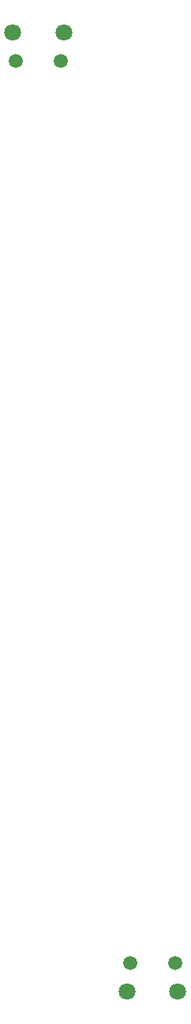
<source format=gbr>
%TF.GenerationSoftware,KiCad,Pcbnew,(6.0.7)*%
%TF.CreationDate,2022-10-24T13:35:31+01:00*%
%TF.ProjectId,Interface,496e7465-7266-4616-9365-2e6b69636164,rev?*%
%TF.SameCoordinates,Original*%
%TF.FileFunction,NonPlated,1,2,NPTH,Drill*%
%TF.FilePolarity,Positive*%
%FSLAX46Y46*%
G04 Gerber Fmt 4.6, Leading zero omitted, Abs format (unit mm)*
G04 Created by KiCad (PCBNEW (6.0.7)) date 2022-10-24 13:35:31*
%MOMM*%
%LPD*%
G01*
G04 APERTURE LIST*
%TA.AperFunction,ComponentDrill*%
%ADD10C,1.500000*%
%TD*%
%TA.AperFunction,ComponentDrill*%
%ADD11C,1.800000*%
%TD*%
G04 APERTURE END LIST*
D10*
%TO.C,U1*%
X46825000Y-17280000D03*
X51675000Y-17280000D03*
%TO.C,U2*%
X59075000Y-113720000D03*
X63925000Y-113720000D03*
D11*
%TO.C,U1*%
X46525000Y-14250000D03*
X51975000Y-14250000D03*
%TO.C,U2*%
X58775000Y-116750000D03*
X64225000Y-116750000D03*
M02*

</source>
